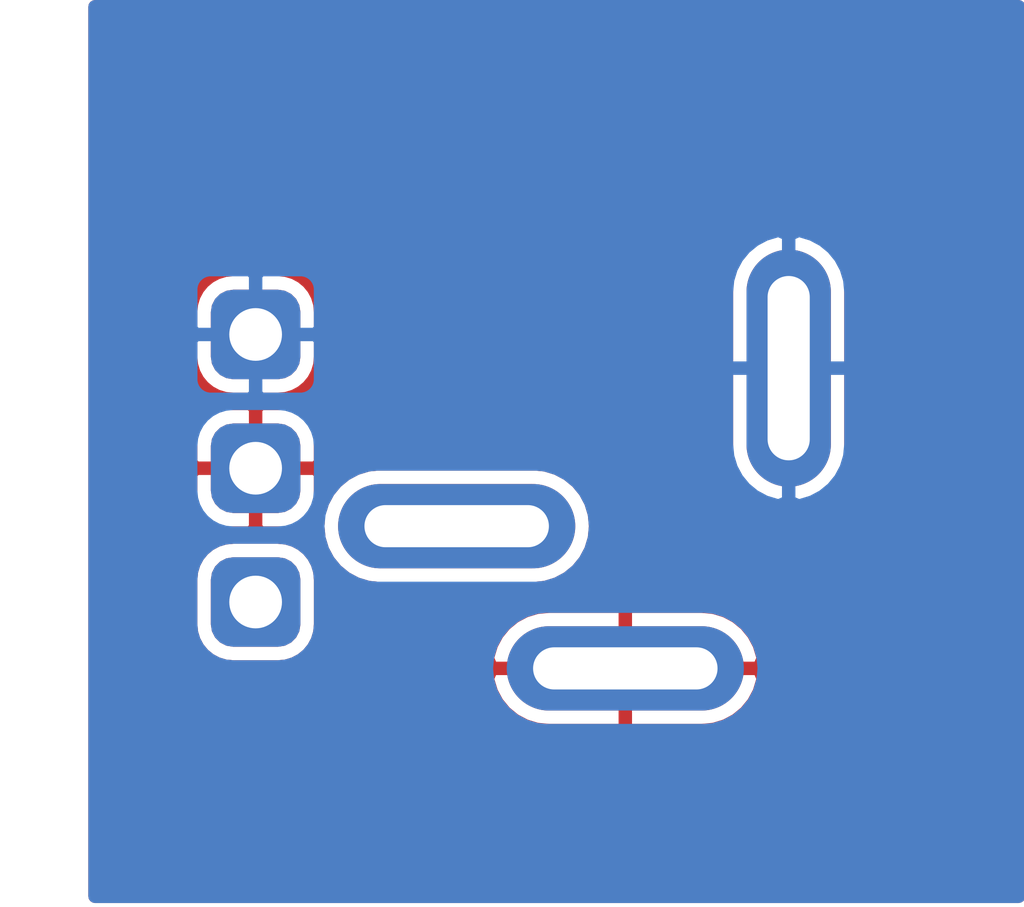
<source format=kicad_pcb>
(kicad_pcb (version 20171130) (host pcbnew "(5.0.2)-1")

  (general
    (thickness 1.6)
    (drawings 1)
    (tracks 0)
    (zones 0)
    (modules 2)
    (nets 4)
  )

  (page A4)
  (layers
    (0 F.Cu signal)
    (31 B.Cu signal)
    (32 B.Adhes user)
    (33 F.Adhes user)
    (34 B.Paste user)
    (35 F.Paste user)
    (36 B.SilkS user)
    (37 F.SilkS user)
    (38 B.Mask user)
    (39 F.Mask user)
    (40 Dwgs.User user)
    (41 Cmts.User user)
    (42 Eco1.User user)
    (43 Eco2.User user)
    (44 Edge.Cuts user)
    (45 Margin user)
    (46 B.CrtYd user)
    (47 F.CrtYd user)
    (48 B.Fab user)
    (49 F.Fab user)
  )

  (setup
    (last_trace_width 1)
    (user_trace_width 0.75)
    (user_trace_width 1)
    (trace_clearance 0.2)
    (zone_clearance 0.254)
    (zone_45_only no)
    (trace_min 0.2)
    (segment_width 0.2)
    (edge_width 0.15)
    (via_size 0.8)
    (via_drill 0.4)
    (via_min_size 0.4)
    (via_min_drill 0.3)
    (uvia_size 0.3)
    (uvia_drill 0.1)
    (uvias_allowed no)
    (uvia_min_size 0.2)
    (uvia_min_drill 0.1)
    (pcb_text_width 0.3)
    (pcb_text_size 1.5 1.5)
    (mod_edge_width 0.15)
    (mod_text_size 1 1)
    (mod_text_width 0.15)
    (pad_size 1.524 1.524)
    (pad_drill 0.762)
    (pad_to_mask_clearance 0.051)
    (solder_mask_min_width 0.25)
    (aux_axis_origin 0 0)
    (visible_elements FFFFFF7F)
    (pcbplotparams
      (layerselection 0x010fc_ffffffff)
      (usegerberextensions false)
      (usegerberattributes false)
      (usegerberadvancedattributes false)
      (creategerberjobfile false)
      (excludeedgelayer true)
      (linewidth 0.050000)
      (plotframeref false)
      (viasonmask false)
      (mode 1)
      (useauxorigin false)
      (hpglpennumber 1)
      (hpglpenspeed 20)
      (hpglpendiameter 15.000000)
      (psnegative false)
      (psa4output false)
      (plotreference true)
      (plotvalue true)
      (plotinvisibletext false)
      (padsonsilk false)
      (subtractmaskfromsilk false)
      (outputformat 1)
      (mirror false)
      (drillshape 1)
      (scaleselection 1)
      (outputdirectory ""))
  )

  (net 0 "")
  (net 1 /DC-)
  (net 2 /DC+)
  (net 3 /SW)

  (net_class Default "This is the default net class."
    (clearance 0.2)
    (trace_width 0.25)
    (via_dia 0.8)
    (via_drill 0.4)
    (uvia_dia 0.3)
    (uvia_drill 0.1)
    (add_net /DC+)
    (add_net /DC-)
    (add_net /SW)
  )

  (module SA_Connectors_Pin_Headers_THT:PinHeader_1x03_P2.54mm_Vertical_Bottom (layer F.Cu) (tedit 5C580FAA) (tstamp 5C59F776)
    (at 179.705 80.01)
    (descr "Through hole straight pin header, 1x03, 2.54mm pitch, single row")
    (tags "Through hole pin header THT 1x03 2.54mm single row")
    (path /5C580DFC)
    (fp_text reference J2 (at 0 -2.2) (layer F.SilkS) hide
      (effects (font (size 0.6 0.6) (thickness 0.127)))
    )
    (fp_text value PinHeader_1x03_P2.54mm_Vertical_Bottom (at 0 7.09) (layer F.Fab)
      (effects (font (size 0.3 0.3) (thickness 0.03)))
    )
    (fp_line (start -0.635 -1.27) (end 1.27 -1.27) (layer B.Fab) (width 0.1))
    (fp_line (start 1.27 -1.27) (end 1.27 6.35) (layer B.Fab) (width 0.1))
    (fp_line (start 1.27 6.35) (end -1.27 6.35) (layer B.Fab) (width 0.1))
    (fp_line (start -1.27 6.35) (end -1.27 -0.635) (layer B.Fab) (width 0.1))
    (fp_line (start -1.27 -0.635) (end -0.635 -1.27) (layer B.Fab) (width 0.1))
    (fp_line (start -1.8 -1.8) (end -1.8 6.85) (layer F.CrtYd) (width 0.05))
    (fp_line (start -1.8 6.85) (end 1.8 6.85) (layer F.CrtYd) (width 0.05))
    (fp_line (start 1.8 6.85) (end 1.8 -1.8) (layer F.CrtYd) (width 0.05))
    (fp_line (start 1.8 -1.8) (end -1.8 -1.8) (layer F.CrtYd) (width 0.05))
    (fp_text user %R (at 0 2.54 90) (layer F.Fab)
      (effects (font (size 0.4 0.4) (thickness 0.05)))
    )
    (pad 1 thru_hole roundrect (at 0 0) (size 1.7 1.7) (drill 1) (layers *.Cu *.Mask) (roundrect_rratio 0.25)
      (net 1 /DC-))
    (pad 2 thru_hole roundrect (at 0 2.54) (size 1.7 1.7) (drill 1) (layers *.Cu *.Mask) (roundrect_rratio 0.25)
      (net 2 /DC+))
    (pad 3 thru_hole roundrect (at 0 5.08) (size 1.7 1.7) (drill 1) (layers *.Cu *.Mask) (roundrect_rratio 0.25)
      (net 3 /SW))
    (model ${SA_LIB_3DSHAPES}/Packages/PinHeader_1x03_P254mm_Vertical_Bottom.step
      (at (xyz 0 0 0))
      (scale (xyz 1 1 1))
      (rotate (xyz 0 0 0))
    )
  )

  (module SA_Jacks_DC:Lumberg_NEB_J_21_C_Bottom (layer F.Cu) (tedit 5C580FA3) (tstamp 5C59F765)
    (at 185.42 82.55)
    (descr $KICAD_MYGITHUBDATASHEETS$\Connectors_Jacks_DC\A-2237.pdf)
    (path /5C580D78)
    (fp_text reference J1 (at 0 5) (layer F.SilkS) hide
      (effects (font (size 1 1) (thickness 0.15)))
    )
    (fp_text value Lumberg_NEB_J_21_C (at 0 6.5) (layer F.Fab) hide
      (effects (font (size 1 1) (thickness 0.15)))
    )
    (fp_circle (center 0 0) (end -7 0) (layer F.CrtYd) (width 0.12))
    (fp_circle (center 0 -2) (end 0 -5.15) (layer F.CrtYd) (width 0.12))
    (fp_line (start 0 -2) (end -0.5 -2.5) (layer F.CrtYd) (width 0.12))
    (fp_line (start -0.5 -2.5) (end 0 -2) (layer F.CrtYd) (width 0.12))
    (fp_line (start 0 -2) (end -0.5 -1.5) (layer F.CrtYd) (width 0.12))
    (fp_line (start -0.5 -1.5) (end 0 -2) (layer F.CrtYd) (width 0.12))
    (fp_line (start 0 -2) (end 0.5 -1.5) (layer F.CrtYd) (width 0.12))
    (fp_line (start 0.5 -1.5) (end 0 -2) (layer F.CrtYd) (width 0.12))
    (fp_line (start 0 -2) (end 0.5 -2.5) (layer F.CrtYd) (width 0.12))
    (fp_line (start 0 0) (end 0.5 -0.5) (layer F.CrtYd) (width 0.12))
    (fp_line (start -0.5 -0.5) (end 0.5 0.5) (layer F.CrtYd) (width 0.12))
    (fp_line (start 0 0) (end -0.5 0.5) (layer F.CrtYd) (width 0.12))
    (pad 1 thru_hole oval (at 4.4 -1.9) (size 1.6 4.5) (drill oval 0.8 3.5) (layers *.Cu *.Mask)
      (net 1 /DC-))
    (pad 2 thru_hole oval (at 1.3 3.8) (size 4.5 1.6) (drill oval 3.5 0.8) (layers *.Cu *.Mask)
      (net 2 /DC+))
    (pad 3 thru_hole oval (at -1.9 1.1) (size 4.5 1.6) (drill oval 3.5 0.8) (layers *.Cu *.Mask)
      (net 3 /SW))
    (model ${SA_LIB_3DSHAPES}/Lumberg_NEB_J_21_C/Lumberg_NEB_J_21_C_Bottom.step
      (at (xyz 0 0 0))
      (scale (xyz 1 1 1))
      (rotate (xyz 0 0 0))
    )
  )

  (gr_circle (center 185.42 82.55) (end 193.675 82.55) (layer F.Fab) (width 0.2))

  (zone (net 2) (net_name /DC+) (layer F.Cu) (tstamp 0) (hatch edge 0.508)
    (connect_pads (clearance 0.254))
    (min_thickness 0.254)
    (fill yes (arc_segments 32) (thermal_gap 0.254) (thermal_bridge_width 0.255))
    (polygon
      (pts
        (xy 176.53 74.295) (xy 176.53 90.805) (xy 194.31 90.805) (xy 194.31 73.66) (xy 176.53 73.66)
      )
    )
    (filled_polygon
      (pts
        (xy 194.183 90.678) (xy 176.657 90.678) (xy 176.657 86.535243) (xy 184.103618 86.535243) (xy 184.111594 86.579911)
        (xy 184.178706 86.801487) (xy 184.287756 87.005713) (xy 184.434553 87.18474) (xy 184.613456 87.331688) (xy 184.817589 87.440911)
        (xy 185.039108 87.50821) (xy 185.2695 87.531) (xy 186.7195 87.531) (xy 186.7195 86.3505) (xy 186.7205 86.3505)
        (xy 186.7205 87.531) (xy 188.1705 87.531) (xy 188.400892 87.50821) (xy 188.622411 87.440911) (xy 188.826544 87.331688)
        (xy 189.005447 87.18474) (xy 189.152244 87.005713) (xy 189.261294 86.801487) (xy 189.328406 86.579911) (xy 189.336382 86.535243)
        (xy 189.25575 86.3505) (xy 186.7205 86.3505) (xy 186.7195 86.3505) (xy 184.18425 86.3505) (xy 184.103618 86.535243)
        (xy 176.657 86.535243) (xy 176.657 84.665) (xy 178.472157 84.665) (xy 178.472157 85.515) (xy 178.487679 85.672602)
        (xy 178.53365 85.824148) (xy 178.608303 85.963814) (xy 178.708769 86.086231) (xy 178.831186 86.186697) (xy 178.970852 86.26135)
        (xy 179.122398 86.307321) (xy 179.28 86.322843) (xy 180.13 86.322843) (xy 180.287602 86.307321) (xy 180.439148 86.26135)
        (xy 180.578814 86.186697) (xy 180.605547 86.164757) (xy 184.103618 86.164757) (xy 184.18425 86.3495) (xy 186.7195 86.3495)
        (xy 186.7195 85.169) (xy 186.7205 85.169) (xy 186.7205 86.3495) (xy 189.25575 86.3495) (xy 189.336382 86.164757)
        (xy 189.328406 86.120089) (xy 189.261294 85.898513) (xy 189.152244 85.694287) (xy 189.005447 85.51526) (xy 188.826544 85.368312)
        (xy 188.622411 85.259089) (xy 188.400892 85.19179) (xy 188.1705 85.169) (xy 186.7205 85.169) (xy 186.7195 85.169)
        (xy 185.2695 85.169) (xy 185.039108 85.19179) (xy 184.817589 85.259089) (xy 184.613456 85.368312) (xy 184.434553 85.51526)
        (xy 184.287756 85.694287) (xy 184.178706 85.898513) (xy 184.111594 86.120089) (xy 184.103618 86.164757) (xy 180.605547 86.164757)
        (xy 180.701231 86.086231) (xy 180.801697 85.963814) (xy 180.87635 85.824148) (xy 180.922321 85.672602) (xy 180.937843 85.515)
        (xy 180.937843 84.665) (xy 180.922321 84.507398) (xy 180.87635 84.355852) (xy 180.801697 84.216186) (xy 180.701231 84.093769)
        (xy 180.578814 83.993303) (xy 180.439148 83.91865) (xy 180.287602 83.872679) (xy 180.13 83.857157) (xy 179.28 83.857157)
        (xy 179.122398 83.872679) (xy 178.970852 83.91865) (xy 178.831186 83.993303) (xy 178.708769 84.093769) (xy 178.608303 84.216186)
        (xy 178.53365 84.355852) (xy 178.487679 84.507398) (xy 178.472157 84.665) (xy 176.657 84.665) (xy 176.657 82.64575)
        (xy 178.474 82.64575) (xy 178.474 83.437525) (xy 178.488642 83.511134) (xy 178.517362 83.580471) (xy 178.559058 83.642874)
        (xy 178.612127 83.695942) (xy 178.674529 83.737638) (xy 178.743867 83.766358) (xy 178.817475 83.781) (xy 179.60925 83.781)
        (xy 179.7045 83.68575) (xy 179.7045 82.5505) (xy 179.7055 82.5505) (xy 179.7055 83.68575) (xy 179.80075 83.781)
        (xy 180.592525 83.781) (xy 180.666133 83.766358) (xy 180.735471 83.737638) (xy 180.797873 83.695942) (xy 180.850942 83.642874)
        (xy 180.889701 83.584867) (xy 180.883286 83.65) (xy 180.906088 83.881516) (xy 180.973619 84.104136) (xy 181.083283 84.309303)
        (xy 181.230866 84.489134) (xy 181.410697 84.636717) (xy 181.615864 84.746381) (xy 181.838484 84.813912) (xy 182.011984 84.831)
        (xy 185.028016 84.831) (xy 185.201516 84.813912) (xy 185.424136 84.746381) (xy 185.629303 84.636717) (xy 185.809134 84.489134)
        (xy 185.956717 84.309303) (xy 186.066381 84.104136) (xy 186.133912 83.881516) (xy 186.156714 83.65) (xy 186.133912 83.418484)
        (xy 186.066381 83.195864) (xy 185.956717 82.990697) (xy 185.809134 82.810866) (xy 185.629303 82.663283) (xy 185.424136 82.553619)
        (xy 185.201516 82.486088) (xy 185.028016 82.469) (xy 182.011984 82.469) (xy 181.838484 82.486088) (xy 181.615864 82.553619)
        (xy 181.410697 82.663283) (xy 181.230866 82.810866) (xy 181.083283 82.990697) (xy 180.973619 83.195864) (xy 180.936 83.319877)
        (xy 180.936 82.64575) (xy 180.84075 82.5505) (xy 179.7055 82.5505) (xy 179.7045 82.5505) (xy 178.56925 82.5505)
        (xy 178.474 82.64575) (xy 176.657 82.64575) (xy 176.657 81.662475) (xy 178.474 81.662475) (xy 178.474 82.45425)
        (xy 178.56925 82.5495) (xy 179.7045 82.5495) (xy 179.7045 81.41425) (xy 179.7055 81.41425) (xy 179.7055 82.5495)
        (xy 180.84075 82.5495) (xy 180.936 82.45425) (xy 180.936 81.662475) (xy 180.921358 81.588866) (xy 180.892638 81.519529)
        (xy 180.850942 81.457126) (xy 180.797873 81.404058) (xy 180.735471 81.362362) (xy 180.666133 81.333642) (xy 180.592525 81.319)
        (xy 179.80075 81.319) (xy 179.7055 81.41425) (xy 179.7045 81.41425) (xy 179.60925 81.319) (xy 178.817475 81.319)
        (xy 178.743867 81.333642) (xy 178.674529 81.362362) (xy 178.612127 81.404058) (xy 178.559058 81.457126) (xy 178.517362 81.519529)
        (xy 178.488642 81.588866) (xy 178.474 81.662475) (xy 176.657 81.662475) (xy 176.657 79.585) (xy 178.472157 79.585)
        (xy 178.472157 80.435) (xy 178.487679 80.592602) (xy 178.53365 80.744148) (xy 178.608303 80.883814) (xy 178.708769 81.006231)
        (xy 178.831186 81.106697) (xy 178.970852 81.18135) (xy 179.122398 81.227321) (xy 179.28 81.242843) (xy 180.13 81.242843)
        (xy 180.287602 81.227321) (xy 180.439148 81.18135) (xy 180.578814 81.106697) (xy 180.701231 81.006231) (xy 180.801697 80.883814)
        (xy 180.87635 80.744148) (xy 180.922321 80.592602) (xy 180.937843 80.435) (xy 180.937843 79.585) (xy 180.922321 79.427398)
        (xy 180.87635 79.275852) (xy 180.804797 79.141985) (xy 188.639 79.141985) (xy 188.639001 82.158016) (xy 188.656089 82.331516)
        (xy 188.72362 82.554136) (xy 188.833284 82.759303) (xy 188.980867 82.939134) (xy 189.160698 83.086717) (xy 189.365865 83.196381)
        (xy 189.588485 83.263912) (xy 189.82 83.286714) (xy 190.051516 83.263912) (xy 190.274136 83.196381) (xy 190.479303 83.086717)
        (xy 190.659134 82.939134) (xy 190.806717 82.759303) (xy 190.916381 82.554136) (xy 190.983912 82.331516) (xy 191.001 82.158016)
        (xy 191.001 79.141984) (xy 190.983912 78.968484) (xy 190.916381 78.745864) (xy 190.806717 78.540697) (xy 190.659134 78.360866)
        (xy 190.479302 78.213283) (xy 190.274135 78.103619) (xy 190.051515 78.036088) (xy 189.82 78.013286) (xy 189.588484 78.036088)
        (xy 189.365864 78.103619) (xy 189.160697 78.213283) (xy 188.980866 78.360866) (xy 188.833283 78.540698) (xy 188.723619 78.745865)
        (xy 188.656088 78.968485) (xy 188.639 79.141985) (xy 180.804797 79.141985) (xy 180.801697 79.136186) (xy 180.701231 79.013769)
        (xy 180.578814 78.913303) (xy 180.439148 78.83865) (xy 180.287602 78.792679) (xy 180.13 78.777157) (xy 179.28 78.777157)
        (xy 179.122398 78.792679) (xy 178.970852 78.83865) (xy 178.831186 78.913303) (xy 178.708769 79.013769) (xy 178.608303 79.136186)
        (xy 178.53365 79.275852) (xy 178.487679 79.427398) (xy 178.472157 79.585) (xy 176.657 79.585) (xy 176.657 73.787)
        (xy 194.183 73.787)
      )
    )
  )
  (zone (net 1) (net_name /DC-) (layer B.Cu) (tstamp 0) (hatch edge 0.508)
    (connect_pads (clearance 0.254))
    (min_thickness 0.254)
    (fill yes (arc_segments 32) (thermal_gap 0.254) (thermal_bridge_width 0.255))
    (polygon
      (pts
        (xy 176.53 73.66) (xy 176.53 90.805) (xy 194.31 90.805) (xy 194.31 73.66)
      )
    )
    (filled_polygon
      (pts
        (xy 194.183 90.678) (xy 176.657 90.678) (xy 176.657 86.35) (xy 184.083286 86.35) (xy 184.106088 86.581516)
        (xy 184.173619 86.804136) (xy 184.283283 87.009303) (xy 184.430866 87.189134) (xy 184.610697 87.336717) (xy 184.815864 87.446381)
        (xy 185.038484 87.513912) (xy 185.211984 87.531) (xy 188.228016 87.531) (xy 188.401516 87.513912) (xy 188.624136 87.446381)
        (xy 188.829303 87.336717) (xy 189.009134 87.189134) (xy 189.156717 87.009303) (xy 189.266381 86.804136) (xy 189.333912 86.581516)
        (xy 189.356714 86.35) (xy 189.333912 86.118484) (xy 189.266381 85.895864) (xy 189.156717 85.690697) (xy 189.009134 85.510866)
        (xy 188.829303 85.363283) (xy 188.624136 85.253619) (xy 188.401516 85.186088) (xy 188.228016 85.169) (xy 185.211984 85.169)
        (xy 185.038484 85.186088) (xy 184.815864 85.253619) (xy 184.610697 85.363283) (xy 184.430866 85.510866) (xy 184.283283 85.690697)
        (xy 184.173619 85.895864) (xy 184.106088 86.118484) (xy 184.083286 86.35) (xy 176.657 86.35) (xy 176.657 84.665)
        (xy 178.472157 84.665) (xy 178.472157 85.515) (xy 178.487679 85.672602) (xy 178.53365 85.824148) (xy 178.608303 85.963814)
        (xy 178.708769 86.086231) (xy 178.831186 86.186697) (xy 178.970852 86.26135) (xy 179.122398 86.307321) (xy 179.28 86.322843)
        (xy 180.13 86.322843) (xy 180.287602 86.307321) (xy 180.439148 86.26135) (xy 180.578814 86.186697) (xy 180.701231 86.086231)
        (xy 180.801697 85.963814) (xy 180.87635 85.824148) (xy 180.922321 85.672602) (xy 180.937843 85.515) (xy 180.937843 84.665)
        (xy 180.922321 84.507398) (xy 180.87635 84.355852) (xy 180.801697 84.216186) (xy 180.701231 84.093769) (xy 180.578814 83.993303)
        (xy 180.439148 83.91865) (xy 180.287602 83.872679) (xy 180.13 83.857157) (xy 179.28 83.857157) (xy 179.122398 83.872679)
        (xy 178.970852 83.91865) (xy 178.831186 83.993303) (xy 178.708769 84.093769) (xy 178.608303 84.216186) (xy 178.53365 84.355852)
        (xy 178.487679 84.507398) (xy 178.472157 84.665) (xy 176.657 84.665) (xy 176.657 82.125) (xy 178.472157 82.125)
        (xy 178.472157 82.975) (xy 178.487679 83.132602) (xy 178.53365 83.284148) (xy 178.608303 83.423814) (xy 178.708769 83.546231)
        (xy 178.831186 83.646697) (xy 178.970852 83.72135) (xy 179.122398 83.767321) (xy 179.28 83.782843) (xy 180.13 83.782843)
        (xy 180.287602 83.767321) (xy 180.439148 83.72135) (xy 180.572634 83.65) (xy 180.883286 83.65) (xy 180.906088 83.881516)
        (xy 180.973619 84.104136) (xy 181.083283 84.309303) (xy 181.230866 84.489134) (xy 181.410697 84.636717) (xy 181.615864 84.746381)
        (xy 181.838484 84.813912) (xy 182.011984 84.831) (xy 185.028016 84.831) (xy 185.201516 84.813912) (xy 185.424136 84.746381)
        (xy 185.629303 84.636717) (xy 185.809134 84.489134) (xy 185.956717 84.309303) (xy 186.066381 84.104136) (xy 186.133912 83.881516)
        (xy 186.156714 83.65) (xy 186.133912 83.418484) (xy 186.066381 83.195864) (xy 185.956717 82.990697) (xy 185.809134 82.810866)
        (xy 185.629303 82.663283) (xy 185.424136 82.553619) (xy 185.201516 82.486088) (xy 185.028016 82.469) (xy 182.011984 82.469)
        (xy 181.838484 82.486088) (xy 181.615864 82.553619) (xy 181.410697 82.663283) (xy 181.230866 82.810866) (xy 181.083283 82.990697)
        (xy 180.973619 83.195864) (xy 180.906088 83.418484) (xy 180.883286 83.65) (xy 180.572634 83.65) (xy 180.578814 83.646697)
        (xy 180.701231 83.546231) (xy 180.801697 83.423814) (xy 180.87635 83.284148) (xy 180.922321 83.132602) (xy 180.937843 82.975)
        (xy 180.937843 82.125) (xy 180.922321 81.967398) (xy 180.87635 81.815852) (xy 180.801697 81.676186) (xy 180.701231 81.553769)
        (xy 180.578814 81.453303) (xy 180.439148 81.37865) (xy 180.287602 81.332679) (xy 180.13 81.317157) (xy 179.28 81.317157)
        (xy 179.122398 81.332679) (xy 178.970852 81.37865) (xy 178.831186 81.453303) (xy 178.708769 81.553769) (xy 178.608303 81.676186)
        (xy 178.53365 81.815852) (xy 178.487679 81.967398) (xy 178.472157 82.125) (xy 176.657 82.125) (xy 176.657 80.10575)
        (xy 178.474 80.10575) (xy 178.474 80.897525) (xy 178.488642 80.971134) (xy 178.517362 81.040471) (xy 178.559058 81.102874)
        (xy 178.612127 81.155942) (xy 178.674529 81.197638) (xy 178.743867 81.226358) (xy 178.817475 81.241) (xy 179.60925 81.241)
        (xy 179.7045 81.14575) (xy 179.7045 80.0105) (xy 179.7055 80.0105) (xy 179.7055 81.14575) (xy 179.80075 81.241)
        (xy 180.592525 81.241) (xy 180.666133 81.226358) (xy 180.735471 81.197638) (xy 180.797873 81.155942) (xy 180.850942 81.102874)
        (xy 180.892638 81.040471) (xy 180.921358 80.971134) (xy 180.936 80.897525) (xy 180.936 80.6505) (xy 188.639 80.6505)
        (xy 188.639 82.1005) (xy 188.66179 82.330892) (xy 188.729089 82.552411) (xy 188.838312 82.756544) (xy 188.98526 82.935447)
        (xy 189.164287 83.082244) (xy 189.368513 83.191294) (xy 189.590089 83.258406) (xy 189.634757 83.266382) (xy 189.8195 83.18575)
        (xy 189.8195 80.6505) (xy 189.8205 80.6505) (xy 189.8205 83.18575) (xy 190.005243 83.266382) (xy 190.049911 83.258406)
        (xy 190.271487 83.191294) (xy 190.475713 83.082244) (xy 190.65474 82.935447) (xy 190.801688 82.756544) (xy 190.910911 82.552411)
        (xy 190.97821 82.330892) (xy 191.001 82.1005) (xy 191.001 80.6505) (xy 189.8205 80.6505) (xy 189.8195 80.6505)
        (xy 188.639 80.6505) (xy 180.936 80.6505) (xy 180.936 80.10575) (xy 180.84075 80.0105) (xy 179.7055 80.0105)
        (xy 179.7045 80.0105) (xy 178.56925 80.0105) (xy 178.474 80.10575) (xy 176.657 80.10575) (xy 176.657 79.122475)
        (xy 178.474 79.122475) (xy 178.474 79.91425) (xy 178.56925 80.0095) (xy 179.7045 80.0095) (xy 179.7045 78.87425)
        (xy 179.7055 78.87425) (xy 179.7055 80.0095) (xy 180.84075 80.0095) (xy 180.936 79.91425) (xy 180.936 79.1995)
        (xy 188.639 79.1995) (xy 188.639 80.6495) (xy 189.8195 80.6495) (xy 189.8195 78.11425) (xy 189.8205 78.11425)
        (xy 189.8205 80.6495) (xy 191.001 80.6495) (xy 191.001 79.1995) (xy 190.97821 78.969108) (xy 190.910911 78.747589)
        (xy 190.801688 78.543456) (xy 190.65474 78.364553) (xy 190.475713 78.217756) (xy 190.271487 78.108706) (xy 190.049911 78.041594)
        (xy 190.005243 78.033618) (xy 189.8205 78.11425) (xy 189.8195 78.11425) (xy 189.634757 78.033618) (xy 189.590089 78.041594)
        (xy 189.368513 78.108706) (xy 189.164287 78.217756) (xy 188.98526 78.364553) (xy 188.838312 78.543456) (xy 188.729089 78.747589)
        (xy 188.66179 78.969108) (xy 188.639 79.1995) (xy 180.936 79.1995) (xy 180.936 79.122475) (xy 180.921358 79.048866)
        (xy 180.892638 78.979529) (xy 180.850942 78.917126) (xy 180.797873 78.864058) (xy 180.735471 78.822362) (xy 180.666133 78.793642)
        (xy 180.592525 78.779) (xy 179.80075 78.779) (xy 179.7055 78.87425) (xy 179.7045 78.87425) (xy 179.60925 78.779)
        (xy 178.817475 78.779) (xy 178.743867 78.793642) (xy 178.674529 78.822362) (xy 178.612127 78.864058) (xy 178.559058 78.917126)
        (xy 178.517362 78.979529) (xy 178.488642 79.048866) (xy 178.474 79.122475) (xy 176.657 79.122475) (xy 176.657 73.787)
        (xy 194.183 73.787)
      )
    )
  )
)

</source>
